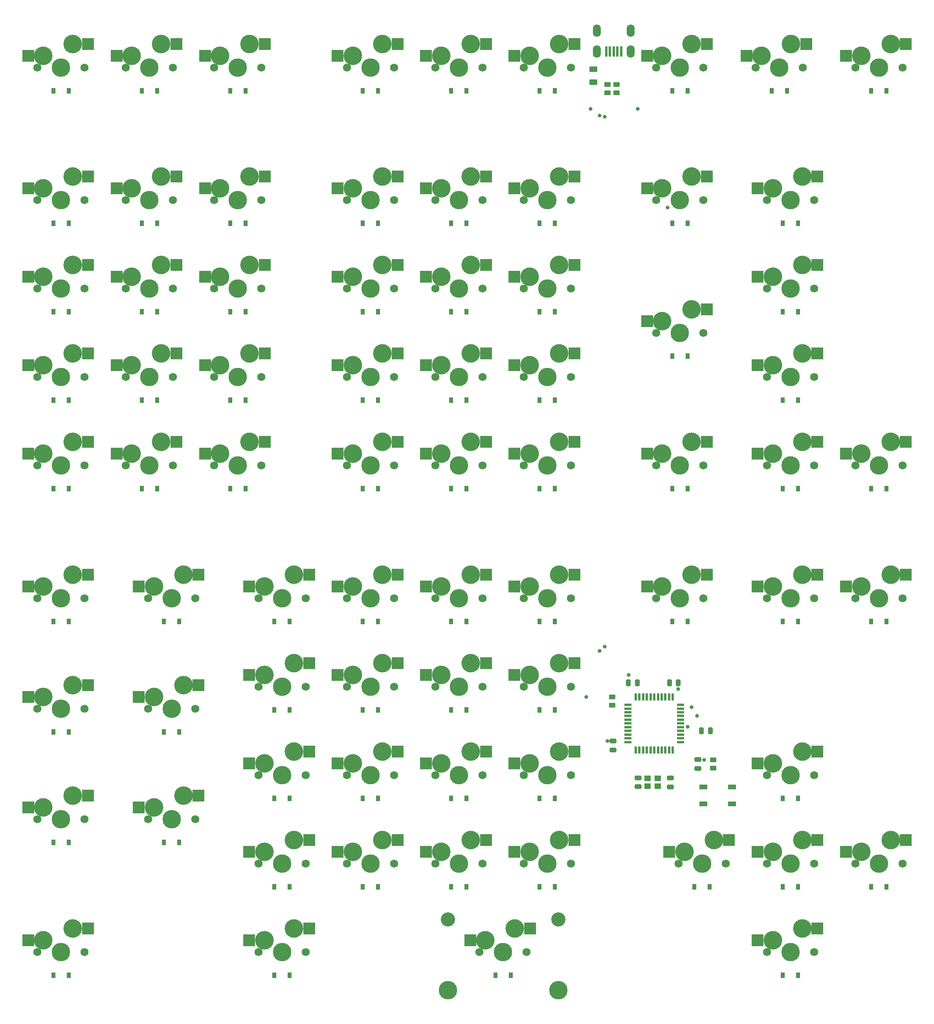
<source format=gbr>
%TF.GenerationSoftware,KiCad,Pcbnew,(6.0.11)*%
%TF.CreationDate,2023-02-04T13:18:20-08:00*%
%TF.ProjectId,MA Command Keyboard changed footprint,4d412043-6f6d-46d6-916e-64204b657962,rev?*%
%TF.SameCoordinates,Original*%
%TF.FileFunction,Soldermask,Bot*%
%TF.FilePolarity,Negative*%
%FSLAX46Y46*%
G04 Gerber Fmt 4.6, Leading zero omitted, Abs format (unit mm)*
G04 Created by KiCad (PCBNEW (6.0.11)) date 2023-02-04 13:18:20*
%MOMM*%
%LPD*%
G01*
G04 APERTURE LIST*
G04 Aperture macros list*
%AMRoundRect*
0 Rectangle with rounded corners*
0 $1 Rounding radius*
0 $2 $3 $4 $5 $6 $7 $8 $9 X,Y pos of 4 corners*
0 Add a 4 corners polygon primitive as box body*
4,1,4,$2,$3,$4,$5,$6,$7,$8,$9,$2,$3,0*
0 Add four circle primitives for the rounded corners*
1,1,$1+$1,$2,$3*
1,1,$1+$1,$4,$5*
1,1,$1+$1,$6,$7*
1,1,$1+$1,$8,$9*
0 Add four rect primitives between the rounded corners*
20,1,$1+$1,$2,$3,$4,$5,0*
20,1,$1+$1,$4,$5,$6,$7,0*
20,1,$1+$1,$6,$7,$8,$9,0*
20,1,$1+$1,$8,$9,$2,$3,0*%
G04 Aperture macros list end*
%ADD10R,2.550000X2.500000*%
%ADD11C,1.750000*%
%ADD12C,3.987800*%
%ADD13C,4.000000*%
%ADD14C,3.048000*%
%ADD15R,0.900000X1.200000*%
%ADD16RoundRect,0.250000X-0.475000X0.250000X-0.475000X-0.250000X0.475000X-0.250000X0.475000X0.250000X0*%
%ADD17RoundRect,0.250000X0.475000X-0.250000X0.475000X0.250000X-0.475000X0.250000X-0.475000X-0.250000X0*%
%ADD18R,1.400000X1.200000*%
%ADD19RoundRect,0.250000X-0.250000X-0.475000X0.250000X-0.475000X0.250000X0.475000X-0.250000X0.475000X0*%
%ADD20RoundRect,0.250000X0.450000X-0.262500X0.450000X0.262500X-0.450000X0.262500X-0.450000X-0.262500X0*%
%ADD21R,0.500000X2.250000*%
%ADD22O,1.700000X2.700000*%
%ADD23RoundRect,0.250000X0.250000X0.475000X-0.250000X0.475000X-0.250000X-0.475000X0.250000X-0.475000X0*%
%ADD24RoundRect,0.250000X-0.625000X0.375000X-0.625000X-0.375000X0.625000X-0.375000X0.625000X0.375000X0*%
%ADD25R,1.500000X0.550000*%
%ADD26R,0.550000X1.500000*%
%ADD27RoundRect,0.250000X-0.450000X0.262500X-0.450000X-0.262500X0.450000X-0.262500X0.450000X0.262500X0*%
%ADD28R,1.800000X1.100000*%
%ADD29C,0.800000*%
G04 APERTURE END LIST*
D10*
%TO.C,MX11*%
X-315088600Y-81622900D03*
D11*
X-313083600Y-84162900D03*
X-302923600Y-84162900D03*
D12*
X-308003600Y-84162900D03*
D10*
X-302188600Y-79082900D03*
D13*
X-311813600Y-81622900D03*
X-305463600Y-79082900D03*
%TD*%
D10*
%TO.C,MX61*%
X-235513600Y-202907900D03*
D11*
X-236248600Y-207987900D03*
D12*
X-241328600Y-207987900D03*
D10*
X-248413600Y-205447900D03*
D11*
X-246408600Y-207987900D03*
D13*
X-245138600Y-205447900D03*
X-238788600Y-202907900D03*
%TD*%
D11*
%TO.C,MX25*%
X-332133600Y-122262900D03*
X-321973600Y-122262900D03*
D12*
X-327053600Y-122262900D03*
D10*
X-321238600Y-117182900D03*
X-334138600Y-119722900D03*
D13*
X-330863600Y-119722900D03*
X-324513600Y-117182900D03*
%TD*%
D12*
%TO.C,MX5*%
X-241328600Y-55587900D03*
D10*
X-235513600Y-50507900D03*
D11*
X-236248600Y-55587900D03*
X-246408600Y-55587900D03*
D10*
X-248413600Y-53047900D03*
D13*
X-245138600Y-53047900D03*
X-238788600Y-50507900D03*
%TD*%
D10*
%TO.C,MX6*%
X-229363600Y-53047900D03*
D11*
X-227358600Y-55587900D03*
D12*
X-222278600Y-55587900D03*
D10*
X-216463600Y-50507900D03*
D11*
X-217198600Y-55587900D03*
D13*
X-226088600Y-53047900D03*
X-219738600Y-50507900D03*
%TD*%
D10*
%TO.C,MX51*%
X-334138600Y-191160400D03*
D11*
X-321973600Y-193700400D03*
D10*
X-321238600Y-188620400D03*
D11*
X-332133600Y-193700400D03*
D12*
X-327053600Y-193700400D03*
D13*
X-330863600Y-191160400D03*
X-324513600Y-188620400D03*
%TD*%
D12*
%TO.C,MX46*%
X-241328600Y-169887900D03*
D10*
X-248413600Y-167347900D03*
D11*
X-236248600Y-169887900D03*
X-246408600Y-169887900D03*
D10*
X-235513600Y-164807900D03*
D13*
X-245138600Y-167347900D03*
X-238788600Y-164807900D03*
%TD*%
D11*
%TO.C,MX72*%
X-227358600Y-227037900D03*
X-217198600Y-227037900D03*
D10*
X-216463600Y-221957900D03*
D12*
X-222278600Y-227037900D03*
D10*
X-229363600Y-224497900D03*
D13*
X-226088600Y-224497900D03*
X-219738600Y-221957900D03*
%TD*%
D10*
%TO.C,MX57*%
X-334138600Y-214972900D03*
X-321238600Y-212432900D03*
D11*
X-332133600Y-217512900D03*
D12*
X-327053600Y-217512900D03*
D11*
X-321973600Y-217512900D03*
D13*
X-330863600Y-214972900D03*
X-324513600Y-212432900D03*
%TD*%
D11*
%TO.C,MX19*%
X-302923600Y-103212900D03*
D10*
X-315088600Y-100672900D03*
X-302188600Y-98132900D03*
D11*
X-313083600Y-103212900D03*
D12*
X-308003600Y-103212900D03*
D13*
X-311813600Y-100672900D03*
X-305463600Y-98132900D03*
%TD*%
D10*
%TO.C,MX69*%
X-254563600Y-221957900D03*
D12*
X-260378600Y-227037900D03*
D11*
X-255298600Y-227037900D03*
X-265458600Y-227037900D03*
D10*
X-267463600Y-224497900D03*
D13*
X-264188600Y-224497900D03*
X-257838600Y-221957900D03*
%TD*%
D10*
%TO.C,MX55*%
X-248413600Y-186397900D03*
D11*
X-236248600Y-188937900D03*
D12*
X-241328600Y-188937900D03*
D10*
X-235513600Y-183857900D03*
D11*
X-246408600Y-188937900D03*
D13*
X-245138600Y-186397900D03*
X-238788600Y-183857900D03*
%TD*%
D10*
%TO.C,MX22*%
X-235513600Y-98132900D03*
D12*
X-241328600Y-103212900D03*
D11*
X-246408600Y-103212900D03*
D10*
X-248413600Y-100672900D03*
D11*
X-236248600Y-103212900D03*
D13*
X-245138600Y-100672900D03*
X-238788600Y-98132900D03*
%TD*%
D10*
%TO.C,MX9*%
X-145026100Y-50507900D03*
D11*
X-155921100Y-55587900D03*
X-145761100Y-55587900D03*
D10*
X-157926100Y-53047900D03*
D12*
X-150841100Y-55587900D03*
D13*
X-154651100Y-53047900D03*
X-148301100Y-50507900D03*
%TD*%
D10*
%TO.C,MX67*%
X-273613600Y-241007900D03*
X-286513600Y-243547900D03*
D12*
X-279428600Y-246087900D03*
D11*
X-284508600Y-246087900D03*
X-274348600Y-246087900D03*
D13*
X-283238600Y-243547900D03*
X-276888600Y-241007900D03*
%TD*%
D10*
%TO.C,MX49*%
X-176976100Y-167347900D03*
D11*
X-174971100Y-169887900D03*
D10*
X-164076100Y-164807900D03*
D12*
X-169891100Y-169887900D03*
D11*
X-164811100Y-169887900D03*
D13*
X-173701100Y-167347900D03*
X-167351100Y-164807900D03*
%TD*%
D12*
%TO.C,MX35*%
X-288953600Y-141312900D03*
D10*
X-283138600Y-136232900D03*
X-296038600Y-138772900D03*
D11*
X-294033600Y-141312900D03*
X-283873600Y-141312900D03*
D13*
X-292763600Y-138772900D03*
X-286413600Y-136232900D03*
%TD*%
D10*
%TO.C,MX36*%
X-254563600Y-136232900D03*
D11*
X-265458600Y-141312900D03*
D10*
X-267463600Y-138772900D03*
D11*
X-255298600Y-141312900D03*
D12*
X-260378600Y-141312900D03*
D13*
X-264188600Y-138772900D03*
X-257838600Y-136232900D03*
%TD*%
D10*
%TO.C,MX12*%
X-296038600Y-81622900D03*
D11*
X-294033600Y-84162900D03*
D10*
X-283138600Y-79082900D03*
D11*
X-283873600Y-84162900D03*
D12*
X-288953600Y-84162900D03*
D13*
X-292763600Y-81622900D03*
X-286413600Y-79082900D03*
%TD*%
D12*
%TO.C,MX68*%
X-279428600Y-227037900D03*
D10*
X-286513600Y-224497900D03*
D11*
X-274348600Y-227037900D03*
X-284508600Y-227037900D03*
D10*
X-273613600Y-221957900D03*
D13*
X-283238600Y-224497900D03*
X-276888600Y-221957900D03*
%TD*%
D12*
%TO.C,MX42*%
X-327053600Y-169887900D03*
D10*
X-334138600Y-167347900D03*
D11*
X-321973600Y-169887900D03*
X-332133600Y-169887900D03*
D10*
X-321238600Y-164807900D03*
D13*
X-330863600Y-167347900D03*
X-324513600Y-164807900D03*
%TD*%
D11*
%TO.C,MX52*%
X-308321100Y-193700400D03*
D10*
X-297426100Y-188620400D03*
D11*
X-298161100Y-193700400D03*
D10*
X-310326100Y-191160400D03*
D12*
X-303241100Y-193700400D03*
D13*
X-307051100Y-191160400D03*
X-300701100Y-188620400D03*
%TD*%
D12*
%TO.C,S71*%
X-243709850Y-254342900D03*
D14*
X-219897350Y-239102900D03*
D12*
X-219897350Y-254342900D03*
D14*
X-243709850Y-239102900D03*
%TD*%
D11*
%TO.C,MX15*%
X-227358600Y-84162900D03*
X-217198600Y-84162900D03*
D12*
X-222278600Y-84162900D03*
D10*
X-229363600Y-81622900D03*
X-216463600Y-79082900D03*
D13*
X-226088600Y-81622900D03*
X-219738600Y-79082900D03*
%TD*%
D12*
%TO.C,MX14*%
X-241328600Y-84162900D03*
D10*
X-248413600Y-81622900D03*
X-235513600Y-79082900D03*
D11*
X-236248600Y-84162900D03*
X-246408600Y-84162900D03*
D13*
X-245138600Y-81622900D03*
X-238788600Y-79082900D03*
%TD*%
D11*
%TO.C,MX53*%
X-284508600Y-188937900D03*
D10*
X-273613600Y-183857900D03*
D12*
X-279428600Y-188937900D03*
D11*
X-274348600Y-188937900D03*
D10*
X-286513600Y-186397900D03*
D13*
X-283238600Y-186397900D03*
X-276888600Y-183857900D03*
%TD*%
D10*
%TO.C,MX40*%
X-176976100Y-138772900D03*
D12*
X-169891100Y-141312900D03*
D11*
X-174971100Y-141312900D03*
X-164811100Y-141312900D03*
D10*
X-164076100Y-136232900D03*
D13*
X-173701100Y-138772900D03*
X-167351100Y-136232900D03*
%TD*%
D11*
%TO.C,MX66*%
X-332133600Y-246087900D03*
X-321973600Y-246087900D03*
D12*
X-327053600Y-246087900D03*
D10*
X-334138600Y-243547900D03*
X-321238600Y-241007900D03*
D13*
X-330863600Y-243547900D03*
X-324513600Y-241007900D03*
%TD*%
D11*
%TO.C,MX10*%
X-332133600Y-84162900D03*
D10*
X-334138600Y-81622900D03*
X-321238600Y-79082900D03*
D12*
X-327053600Y-84162900D03*
D11*
X-321973600Y-84162900D03*
D13*
X-330863600Y-81622900D03*
X-324513600Y-79082900D03*
%TD*%
D10*
%TO.C,MX21*%
X-254563600Y-98132900D03*
D12*
X-260378600Y-103212900D03*
D10*
X-267463600Y-100672900D03*
D11*
X-255298600Y-103212900D03*
X-265458600Y-103212900D03*
D13*
X-264188600Y-100672900D03*
X-257838600Y-98132900D03*
%TD*%
D12*
%TO.C,MX62*%
X-222278600Y-207987900D03*
D10*
X-216463600Y-202907900D03*
D11*
X-217198600Y-207987900D03*
D10*
X-229363600Y-205447900D03*
D11*
X-227358600Y-207987900D03*
D13*
X-226088600Y-205447900D03*
X-219738600Y-202907900D03*
%TD*%
D11*
%TO.C,MX32*%
X-174971100Y-122262900D03*
D12*
X-169891100Y-122262900D03*
D11*
X-164811100Y-122262900D03*
D10*
X-176976100Y-119722900D03*
X-164076100Y-117182900D03*
D13*
X-173701100Y-119722900D03*
X-167351100Y-117182900D03*
%TD*%
D11*
%TO.C,MX56*%
X-217198600Y-188937900D03*
D10*
X-229363600Y-186397900D03*
D11*
X-227358600Y-188937900D03*
D12*
X-222278600Y-188937900D03*
D10*
X-216463600Y-183857900D03*
D13*
X-226088600Y-186397900D03*
X-219738600Y-183857900D03*
%TD*%
D12*
%TO.C,MX38*%
X-222278600Y-141312900D03*
D10*
X-216463600Y-136232900D03*
D11*
X-217198600Y-141312900D03*
X-227358600Y-141312900D03*
D10*
X-229363600Y-138772900D03*
D13*
X-226088600Y-138772900D03*
X-219738600Y-136232900D03*
%TD*%
D10*
%TO.C,MX44*%
X-286513600Y-167347900D03*
X-273613600Y-164807900D03*
D11*
X-284508600Y-169887900D03*
X-274348600Y-169887900D03*
D12*
X-279428600Y-169887900D03*
D13*
X-283238600Y-167347900D03*
X-276888600Y-164807900D03*
%TD*%
D10*
%TO.C,MX74*%
X-176976100Y-224497900D03*
D11*
X-164811100Y-227037900D03*
D12*
X-169891100Y-227037900D03*
D11*
X-174971100Y-227037900D03*
D10*
X-164076100Y-221957900D03*
D13*
X-173701100Y-224497900D03*
X-167351100Y-221957900D03*
%TD*%
D11*
%TO.C,MX28*%
X-265458600Y-122262900D03*
D10*
X-267463600Y-119722900D03*
X-254563600Y-117182900D03*
D11*
X-255298600Y-122262900D03*
D12*
X-260378600Y-122262900D03*
D13*
X-264188600Y-119722900D03*
X-257838600Y-117182900D03*
%TD*%
D10*
%TO.C,MX30*%
X-229363600Y-119722900D03*
X-216463600Y-117182900D03*
D12*
X-222278600Y-122262900D03*
D11*
X-217198600Y-122262900D03*
X-227358600Y-122262900D03*
D13*
X-226088600Y-119722900D03*
X-219738600Y-117182900D03*
%TD*%
D11*
%TO.C,MX63*%
X-194021100Y-227037900D03*
X-183861100Y-227037900D03*
D12*
X-188941100Y-227037900D03*
D10*
X-196026100Y-224497900D03*
X-183126100Y-221957900D03*
D13*
X-192751100Y-224497900D03*
X-186401100Y-221957900D03*
%TD*%
D10*
%TO.C,MX60*%
X-267463600Y-205447900D03*
D11*
X-265458600Y-207987900D03*
X-255298600Y-207987900D03*
D12*
X-260378600Y-207987900D03*
D10*
X-254563600Y-202907900D03*
D13*
X-264188600Y-205447900D03*
X-257838600Y-202907900D03*
%TD*%
D11*
%TO.C,MX45*%
X-265458600Y-169887900D03*
D12*
X-260378600Y-169887900D03*
D10*
X-267463600Y-167347900D03*
X-254563600Y-164807900D03*
D11*
X-255298600Y-169887900D03*
D13*
X-264188600Y-167347900D03*
X-257838600Y-164807900D03*
%TD*%
D10*
%TO.C,MX64*%
X-176976100Y-205447900D03*
X-164076100Y-202907900D03*
D11*
X-164811100Y-207987900D03*
D12*
X-169891100Y-207987900D03*
D11*
X-174971100Y-207987900D03*
D13*
X-173701100Y-205447900D03*
X-167351100Y-202907900D03*
%TD*%
D12*
%TO.C,MX26*%
X-308003600Y-122262900D03*
D11*
X-302923600Y-122262900D03*
D10*
X-302188600Y-117182900D03*
D11*
X-313083600Y-122262900D03*
D10*
X-315088600Y-119722900D03*
D13*
X-311813600Y-119722900D03*
X-305463600Y-117182900D03*
%TD*%
D11*
%TO.C,MX24*%
X-174971100Y-103212900D03*
D10*
X-164076100Y-98132900D03*
D11*
X-164811100Y-103212900D03*
D12*
X-169891100Y-103212900D03*
D10*
X-176976100Y-100672900D03*
D13*
X-173701100Y-100672900D03*
X-167351100Y-98132900D03*
%TD*%
D10*
%TO.C,MX13*%
X-267463600Y-81622900D03*
D11*
X-255298600Y-84162900D03*
D12*
X-260378600Y-84162900D03*
D10*
X-254563600Y-79082900D03*
D11*
X-265458600Y-84162900D03*
D13*
X-264188600Y-81622900D03*
X-257838600Y-79082900D03*
%TD*%
D11*
%TO.C,MX71*%
X-236883600Y-246087900D03*
X-226723600Y-246087900D03*
D10*
X-238888600Y-243547900D03*
X-225988600Y-241007900D03*
D12*
X-231803600Y-246087900D03*
D13*
X-235613600Y-243547900D03*
X-229263600Y-241007900D03*
%TD*%
D10*
%TO.C,MX37*%
X-248413600Y-138772900D03*
D12*
X-241328600Y-141312900D03*
D11*
X-236248600Y-141312900D03*
X-246408600Y-141312900D03*
D10*
X-235513600Y-136232900D03*
D13*
X-245138600Y-138772900D03*
X-238788600Y-136232900D03*
%TD*%
D11*
%TO.C,MX1*%
X-321973600Y-55587900D03*
D10*
X-321238600Y-50507900D03*
D11*
X-332133600Y-55587900D03*
D12*
X-327053600Y-55587900D03*
D10*
X-334138600Y-53047900D03*
D13*
X-330863600Y-53047900D03*
X-324513600Y-50507900D03*
%TD*%
D11*
%TO.C,MX23*%
X-217198600Y-103212900D03*
X-227358600Y-103212900D03*
D10*
X-229363600Y-100672900D03*
D12*
X-222278600Y-103212900D03*
D10*
X-216463600Y-98132900D03*
D13*
X-226088600Y-100672900D03*
X-219738600Y-98132900D03*
%TD*%
D10*
%TO.C,MX47*%
X-229363600Y-167347900D03*
D11*
X-227358600Y-169887900D03*
D10*
X-216463600Y-164807900D03*
D11*
X-217198600Y-169887900D03*
D12*
X-222278600Y-169887900D03*
D13*
X-226088600Y-167347900D03*
X-219738600Y-164807900D03*
%TD*%
D11*
%TO.C,MX3*%
X-283873600Y-55587900D03*
D10*
X-283138600Y-50507900D03*
X-296038600Y-53047900D03*
D12*
X-288953600Y-55587900D03*
D11*
X-294033600Y-55587900D03*
D13*
X-292763600Y-53047900D03*
X-286413600Y-50507900D03*
%TD*%
D10*
%TO.C,MX70*%
X-248413600Y-224497900D03*
D11*
X-236248600Y-227037900D03*
D10*
X-235513600Y-221957900D03*
D11*
X-246408600Y-227037900D03*
D12*
X-241328600Y-227037900D03*
D13*
X-245138600Y-224497900D03*
X-238788600Y-221957900D03*
%TD*%
D10*
%TO.C,MX16*%
X-187888600Y-79082900D03*
D11*
X-188623600Y-84162900D03*
X-198783600Y-84162900D03*
D10*
X-200788600Y-81622900D03*
D12*
X-193703600Y-84162900D03*
D13*
X-197513600Y-81622900D03*
X-191163600Y-79082900D03*
%TD*%
D10*
%TO.C,MX8*%
X-179357300Y-53047900D03*
D11*
X-177352300Y-55587900D03*
X-167192300Y-55587900D03*
D10*
X-166457300Y-50507900D03*
D12*
X-172272300Y-55587900D03*
D13*
X-176082300Y-53047900D03*
X-169732300Y-50507900D03*
%TD*%
D11*
%TO.C,MX33*%
X-321973600Y-141312900D03*
X-332133600Y-141312900D03*
D10*
X-334138600Y-138772900D03*
X-321238600Y-136232900D03*
D12*
X-327053600Y-141312900D03*
D13*
X-330863600Y-138772900D03*
X-324513600Y-136232900D03*
%TD*%
D11*
%TO.C,MX2*%
X-313083600Y-55587900D03*
D10*
X-315088600Y-53047900D03*
D12*
X-308003600Y-55587900D03*
D10*
X-302188600Y-50507900D03*
D11*
X-302923600Y-55587900D03*
D13*
X-311813600Y-53047900D03*
X-305463600Y-50507900D03*
%TD*%
D10*
%TO.C,MX27*%
X-296038600Y-119722900D03*
D11*
X-294033600Y-122262900D03*
X-283873600Y-122262900D03*
D12*
X-288953600Y-122262900D03*
D10*
X-283138600Y-117182900D03*
D13*
X-292763600Y-119722900D03*
X-286413600Y-117182900D03*
%TD*%
D10*
%TO.C,MX31*%
X-187888600Y-107657900D03*
D12*
X-193703600Y-112737900D03*
D11*
X-198783600Y-112737900D03*
D10*
X-200788600Y-110197900D03*
D11*
X-188623600Y-112737900D03*
D13*
X-197513600Y-110197900D03*
X-191163600Y-107657900D03*
%TD*%
D10*
%TO.C,MX50*%
X-145026100Y-164807900D03*
D12*
X-150841100Y-169887900D03*
D11*
X-155921100Y-169887900D03*
D10*
X-157926100Y-167347900D03*
D11*
X-145761100Y-169887900D03*
D13*
X-154651100Y-167347900D03*
X-148301100Y-164807900D03*
%TD*%
D10*
%TO.C,MX41*%
X-157926100Y-138772900D03*
D12*
X-150841100Y-141312900D03*
D10*
X-145026100Y-136232900D03*
D11*
X-155921100Y-141312900D03*
X-145761100Y-141312900D03*
D13*
X-154651100Y-138772900D03*
X-148301100Y-136232900D03*
%TD*%
D10*
%TO.C,MX59*%
X-286513600Y-205447900D03*
D11*
X-284508600Y-207987900D03*
X-274348600Y-207987900D03*
D12*
X-279428600Y-207987900D03*
D10*
X-273613600Y-202907900D03*
D13*
X-283238600Y-205447900D03*
X-276888600Y-202907900D03*
%TD*%
D12*
%TO.C,MX65*%
X-150841100Y-227037900D03*
D11*
X-155921100Y-227037900D03*
D10*
X-145026100Y-221957900D03*
D11*
X-145761100Y-227037900D03*
D10*
X-157926100Y-224497900D03*
D13*
X-154651100Y-224497900D03*
X-148301100Y-221957900D03*
%TD*%
D11*
%TO.C,MX48*%
X-198783600Y-169887900D03*
X-188623600Y-169887900D03*
D10*
X-187888600Y-164807900D03*
X-200788600Y-167347900D03*
D12*
X-193703600Y-169887900D03*
D13*
X-197513600Y-167347900D03*
X-191163600Y-164807900D03*
%TD*%
D10*
%TO.C,MX58*%
X-297426100Y-212432900D03*
D12*
X-303241100Y-217512900D03*
D10*
X-310326100Y-214972900D03*
D11*
X-308321100Y-217512900D03*
X-298161100Y-217512900D03*
D13*
X-307051100Y-214972900D03*
X-300701100Y-212432900D03*
%TD*%
D11*
%TO.C,MX73*%
X-164811100Y-246087900D03*
D10*
X-164076100Y-241007900D03*
X-176976100Y-243547900D03*
D12*
X-169891100Y-246087900D03*
D11*
X-174971100Y-246087900D03*
D13*
X-173701100Y-243547900D03*
X-167351100Y-241007900D03*
%TD*%
D11*
%TO.C,MX20*%
X-294033600Y-103212900D03*
D10*
X-283138600Y-98132900D03*
D12*
X-288953600Y-103212900D03*
D10*
X-296038600Y-100672900D03*
D11*
X-283873600Y-103212900D03*
D13*
X-292763600Y-100672900D03*
X-286413600Y-98132900D03*
%TD*%
D10*
%TO.C,MX43*%
X-310326100Y-167347900D03*
D11*
X-308321100Y-169887900D03*
D12*
X-303241100Y-169887900D03*
D10*
X-297426100Y-164807900D03*
D11*
X-298161100Y-169887900D03*
D13*
X-307051100Y-167347900D03*
X-300701100Y-164807900D03*
%TD*%
D10*
%TO.C,MX34*%
X-302188600Y-136232900D03*
D11*
X-313083600Y-141312900D03*
D12*
X-308003600Y-141312900D03*
D11*
X-302923600Y-141312900D03*
D10*
X-315088600Y-138772900D03*
D13*
X-311813600Y-138772900D03*
X-305463600Y-136232900D03*
%TD*%
D11*
%TO.C,MX39*%
X-188623600Y-141312900D03*
D10*
X-200788600Y-138772900D03*
D12*
X-193703600Y-141312900D03*
D11*
X-198783600Y-141312900D03*
D10*
X-187888600Y-136232900D03*
D13*
X-197513600Y-138772900D03*
X-191163600Y-136232900D03*
%TD*%
D10*
%TO.C,MX17*%
X-164076100Y-79082900D03*
D11*
X-164811100Y-84162900D03*
D12*
X-169891100Y-84162900D03*
D10*
X-176976100Y-81622900D03*
D11*
X-174971100Y-84162900D03*
D13*
X-173701100Y-81622900D03*
X-167351100Y-79082900D03*
%TD*%
D11*
%TO.C,MX4*%
X-255298600Y-55587900D03*
X-265458600Y-55587900D03*
D10*
X-267463600Y-53047900D03*
D12*
X-260378600Y-55587900D03*
D10*
X-254563600Y-50507900D03*
D13*
X-264188600Y-53047900D03*
X-257838600Y-50507900D03*
%TD*%
D10*
%TO.C,MX7*%
X-200788600Y-53047900D03*
D12*
X-193703600Y-55587900D03*
D10*
X-187888600Y-50507900D03*
D11*
X-188623600Y-55587900D03*
X-198783600Y-55587900D03*
D13*
X-197513600Y-53047900D03*
X-191163600Y-50507900D03*
%TD*%
D11*
%TO.C,MX18*%
X-321973600Y-103212900D03*
D12*
X-327053600Y-103212900D03*
D10*
X-334138600Y-100672900D03*
X-321238600Y-98132900D03*
D11*
X-332133600Y-103212900D03*
D13*
X-330863600Y-100672900D03*
X-324513600Y-98132900D03*
%TD*%
D10*
%TO.C,MX54*%
X-254563600Y-183857900D03*
D11*
X-265458600Y-188937900D03*
D10*
X-267463600Y-186397900D03*
D11*
X-255298600Y-188937900D03*
D12*
X-260378600Y-188937900D03*
D13*
X-264188600Y-186397900D03*
X-257838600Y-183857900D03*
%TD*%
D11*
%TO.C,MX29*%
X-246408600Y-122262900D03*
D12*
X-241328600Y-122262900D03*
D10*
X-248413600Y-119722900D03*
D11*
X-236248600Y-122262900D03*
D10*
X-235513600Y-117182900D03*
D13*
X-245138600Y-119722900D03*
X-238788600Y-117182900D03*
%TD*%
D15*
%TO.C,D24*%
X-171566500Y-108204000D03*
X-168266500Y-108204000D03*
%TD*%
%TO.C,D53*%
X-281104000Y-193929000D03*
X-277804000Y-193929000D03*
%TD*%
%TO.C,D29*%
X-243004000Y-127254000D03*
X-239704000Y-127254000D03*
%TD*%
D16*
%TO.C,C5*%
X-208131200Y-200662500D03*
X-208131200Y-202562500D03*
%TD*%
D15*
%TO.C,D6*%
X-223954000Y-60579000D03*
X-220654000Y-60579000D03*
%TD*%
D17*
%TO.C,C1*%
X-202680000Y-210480000D03*
X-202680000Y-208580000D03*
%TD*%
D18*
%TO.C,Y1*%
X-200641500Y-208700000D03*
X-198441500Y-208700000D03*
X-198441500Y-210400000D03*
X-200641500Y-210400000D03*
%TD*%
D15*
%TO.C,D33*%
X-328729000Y-146304000D03*
X-325429000Y-146304000D03*
%TD*%
%TO.C,D13*%
X-262054000Y-89154000D03*
X-258754000Y-89154000D03*
%TD*%
%TO.C,D11*%
X-309679000Y-89154000D03*
X-306379000Y-89154000D03*
%TD*%
%TO.C,D9*%
X-152516500Y-60579000D03*
X-149216500Y-60579000D03*
%TD*%
%TO.C,D19*%
X-309679000Y-108204000D03*
X-306379000Y-108204000D03*
%TD*%
%TO.C,D52*%
X-304916500Y-198691500D03*
X-301616500Y-198691500D03*
%TD*%
D19*
%TO.C,C4*%
X-204786300Y-188060000D03*
X-202886300Y-188060000D03*
%TD*%
D20*
%TO.C,R3*%
X-186531200Y-206493700D03*
X-186531200Y-204668700D03*
%TD*%
D15*
%TO.C,D8*%
X-173947700Y-60579000D03*
X-170647700Y-60579000D03*
%TD*%
%TO.C,D73*%
X-171566500Y-251079000D03*
X-168266500Y-251079000D03*
%TD*%
%TO.C,D39*%
X-195379000Y-146304000D03*
X-192079000Y-146304000D03*
%TD*%
%TO.C,D59*%
X-281104000Y-212979000D03*
X-277804000Y-212979000D03*
%TD*%
%TO.C,D34*%
X-309679000Y-146304000D03*
X-306379000Y-146304000D03*
%TD*%
%TO.C,D54*%
X-262054000Y-193929000D03*
X-258754000Y-193929000D03*
%TD*%
%TO.C,D15*%
X-223954000Y-89154000D03*
X-220654000Y-89154000D03*
%TD*%
%TO.C,D63*%
X-190616500Y-232029000D03*
X-187316500Y-232029000D03*
%TD*%
%TO.C,D36*%
X-262054000Y-146304000D03*
X-258754000Y-146304000D03*
%TD*%
%TO.C,D62*%
X-223954000Y-212979000D03*
X-220654000Y-212979000D03*
%TD*%
D21*
%TO.C,USB1*%
X-206362500Y-52125000D03*
X-207162500Y-52125000D03*
X-207962500Y-52125000D03*
X-208762500Y-52125000D03*
X-209562500Y-52125000D03*
D22*
X-204312500Y-47625000D03*
X-211612500Y-52125000D03*
X-211612500Y-47625000D03*
X-204312500Y-52125000D03*
%TD*%
D15*
%TO.C,D31*%
X-195379000Y-117729000D03*
X-192079000Y-117729000D03*
%TD*%
%TO.C,D22*%
X-243004000Y-108204000D03*
X-239704000Y-108204000D03*
%TD*%
%TO.C,D17*%
X-171566500Y-89154000D03*
X-168266500Y-89154000D03*
%TD*%
%TO.C,D14*%
X-243004000Y-89154000D03*
X-239704000Y-89154000D03*
%TD*%
%TO.C,D4*%
X-262054000Y-60579000D03*
X-258754000Y-60579000D03*
%TD*%
D16*
%TO.C,C2*%
X-195800000Y-208600000D03*
X-195800000Y-210500000D03*
%TD*%
D15*
%TO.C,D3*%
X-290629000Y-60579000D03*
X-287329000Y-60579000D03*
%TD*%
%TO.C,D23*%
X-223954000Y-108204000D03*
X-220654000Y-108204000D03*
%TD*%
%TO.C,D43*%
X-304916500Y-174879000D03*
X-301616500Y-174879000D03*
%TD*%
%TO.C,D51*%
X-328729000Y-198691500D03*
X-325429000Y-198691500D03*
%TD*%
%TO.C,D64*%
X-171566500Y-212979000D03*
X-168266500Y-212979000D03*
%TD*%
%TO.C,D55*%
X-243004000Y-193929000D03*
X-239704000Y-193929000D03*
%TD*%
%TO.C,D61*%
X-243004000Y-212979000D03*
X-239704000Y-212979000D03*
%TD*%
%TO.C,D70*%
X-243004000Y-232029000D03*
X-239704000Y-232029000D03*
%TD*%
%TO.C,D28*%
X-262054000Y-127254000D03*
X-258754000Y-127254000D03*
%TD*%
%TO.C,D21*%
X-262054000Y-108204000D03*
X-258754000Y-108204000D03*
%TD*%
%TO.C,D44*%
X-281104000Y-174879000D03*
X-277804000Y-174879000D03*
%TD*%
%TO.C,D40*%
X-171566500Y-146304000D03*
X-168266500Y-146304000D03*
%TD*%
%TO.C,D41*%
X-152516500Y-146304000D03*
X-149216500Y-146304000D03*
%TD*%
%TO.C,D7*%
X-195379000Y-60579000D03*
X-192079000Y-60579000D03*
%TD*%
%TO.C,D65*%
X-152516500Y-232029000D03*
X-149216500Y-232029000D03*
%TD*%
%TO.C,D69*%
X-262054000Y-232029000D03*
X-258754000Y-232029000D03*
%TD*%
%TO.C,D18*%
X-328729000Y-108204000D03*
X-325429000Y-108204000D03*
%TD*%
%TO.C,D26*%
X-309679000Y-127254000D03*
X-306379000Y-127254000D03*
%TD*%
D16*
%TO.C,C6*%
X-189875000Y-204631200D03*
X-189875000Y-206531200D03*
%TD*%
D15*
%TO.C,D71*%
X-233479000Y-251079000D03*
X-230179000Y-251079000D03*
%TD*%
%TO.C,D47*%
X-223954000Y-174879000D03*
X-220654000Y-174879000D03*
%TD*%
%TO.C,D25*%
X-328729000Y-127254000D03*
X-325429000Y-127254000D03*
%TD*%
%TO.C,D5*%
X-243004000Y-60579000D03*
X-239704000Y-60579000D03*
%TD*%
%TO.C,D20*%
X-290629000Y-108204000D03*
X-287329000Y-108204000D03*
%TD*%
D23*
%TO.C,C7*%
X-194051200Y-188060000D03*
X-195951200Y-188060000D03*
%TD*%
D15*
%TO.C,D42*%
X-328729000Y-174879000D03*
X-325429000Y-174879000D03*
%TD*%
D24*
%TO.C,F1*%
X-212344000Y-55937500D03*
X-212344000Y-58737500D03*
%TD*%
D15*
%TO.C,D66*%
X-328729000Y-251079000D03*
X-325429000Y-251079000D03*
%TD*%
%TO.C,D46*%
X-243004000Y-174879000D03*
X-239704000Y-174879000D03*
%TD*%
%TO.C,D50*%
X-152516500Y-174879000D03*
X-149216500Y-174879000D03*
%TD*%
%TO.C,D58*%
X-304916500Y-222504000D03*
X-301616500Y-222504000D03*
%TD*%
%TO.C,D45*%
X-262054000Y-174879000D03*
X-258754000Y-174879000D03*
%TD*%
%TO.C,D74*%
X-171566500Y-232029000D03*
X-168266500Y-232029000D03*
%TD*%
%TO.C,D72*%
X-223954000Y-232029000D03*
X-220654000Y-232029000D03*
%TD*%
D20*
%TO.C,R4*%
X-208280000Y-192936500D03*
X-208280000Y-191111500D03*
%TD*%
D15*
%TO.C,D37*%
X-243004000Y-146304000D03*
X-239704000Y-146304000D03*
%TD*%
%TO.C,D1*%
X-328729000Y-60579000D03*
X-325429000Y-60579000D03*
%TD*%
%TO.C,D48*%
X-195379000Y-174879000D03*
X-192079000Y-174879000D03*
%TD*%
D25*
%TO.C,U1*%
X-193531200Y-192850000D03*
X-193531200Y-193650000D03*
X-193531200Y-194450000D03*
X-193531200Y-195250000D03*
X-193531200Y-196050000D03*
X-193531200Y-196850000D03*
X-193531200Y-197650000D03*
X-193531200Y-198450000D03*
X-193531200Y-199250000D03*
X-193531200Y-200050000D03*
X-193531200Y-200850000D03*
D26*
X-195231200Y-202550000D03*
X-196031200Y-202550000D03*
X-196831200Y-202550000D03*
X-197631200Y-202550000D03*
X-198431200Y-202550000D03*
X-199231200Y-202550000D03*
X-200031200Y-202550000D03*
X-200831200Y-202550000D03*
X-201631200Y-202550000D03*
X-202431200Y-202550000D03*
X-203231200Y-202550000D03*
D25*
X-204931200Y-200850000D03*
X-204931200Y-200050000D03*
X-204931200Y-199250000D03*
X-204931200Y-198450000D03*
X-204931200Y-197650000D03*
X-204931200Y-196850000D03*
X-204931200Y-196050000D03*
X-204931200Y-195250000D03*
X-204931200Y-194450000D03*
X-204931200Y-193650000D03*
X-204931200Y-192850000D03*
D26*
X-203231200Y-191150000D03*
X-202431200Y-191150000D03*
X-201631200Y-191150000D03*
X-200831200Y-191150000D03*
X-200031200Y-191150000D03*
X-199231200Y-191150000D03*
X-198431200Y-191150000D03*
X-197631200Y-191150000D03*
X-196831200Y-191150000D03*
X-196031200Y-191150000D03*
X-195231200Y-191150000D03*
%TD*%
D15*
%TO.C,D30*%
X-223954000Y-127254000D03*
X-220654000Y-127254000D03*
%TD*%
%TO.C,D56*%
X-223954000Y-193929000D03*
X-220654000Y-193929000D03*
%TD*%
%TO.C,D49*%
X-171566500Y-174879000D03*
X-168266500Y-174879000D03*
%TD*%
%TO.C,D27*%
X-290629000Y-127254000D03*
X-287329000Y-127254000D03*
%TD*%
D27*
%TO.C,R2*%
X-207370000Y-59200000D03*
X-207370000Y-61025000D03*
%TD*%
D15*
%TO.C,D2*%
X-309679000Y-60579000D03*
X-306379000Y-60579000D03*
%TD*%
%TO.C,D38*%
X-223954000Y-146304000D03*
X-220654000Y-146304000D03*
%TD*%
%TO.C,D32*%
X-171566500Y-127254000D03*
X-168266500Y-127254000D03*
%TD*%
%TO.C,D67*%
X-281104000Y-251079000D03*
X-277804000Y-251079000D03*
%TD*%
D19*
%TO.C,C3*%
X-189068700Y-198437500D03*
X-187168700Y-198437500D03*
%TD*%
D27*
%TO.C,R1*%
X-209300000Y-59220000D03*
X-209300000Y-61045000D03*
%TD*%
D28*
%TO.C,SW1*%
X-188660000Y-214200000D03*
X-182460000Y-210500000D03*
X-188660000Y-210500000D03*
X-182460000Y-214200000D03*
%TD*%
D15*
%TO.C,D12*%
X-290629000Y-89154000D03*
X-287329000Y-89154000D03*
%TD*%
%TO.C,D10*%
X-328729000Y-89154000D03*
X-325429000Y-89154000D03*
%TD*%
%TO.C,D60*%
X-262054000Y-212979000D03*
X-258754000Y-212979000D03*
%TD*%
%TO.C,D35*%
X-290629000Y-146304000D03*
X-287329000Y-146304000D03*
%TD*%
%TO.C,D57*%
X-328729000Y-222504000D03*
X-325429000Y-222504000D03*
%TD*%
%TO.C,D16*%
X-195379000Y-89154000D03*
X-192079000Y-89154000D03*
%TD*%
%TO.C,D68*%
X-281104000Y-232029000D03*
X-277804000Y-232029000D03*
%TD*%
D29*
X-196364000Y-85737100D03*
X-190005000Y-195250000D03*
X-209901000Y-66175400D03*
X-209901000Y-180307000D03*
X-202796000Y-64516000D03*
X-212946000Y-64516000D03*
X-209296000Y-200660000D03*
X-194051000Y-189481000D03*
X-188468000Y-204724000D03*
X-204724000Y-186436000D03*
X-192024000Y-197612000D03*
X-191200000Y-193370000D03*
X-210993000Y-65937400D03*
X-210993000Y-181228000D03*
X-213874000Y-191112000D03*
M02*

</source>
